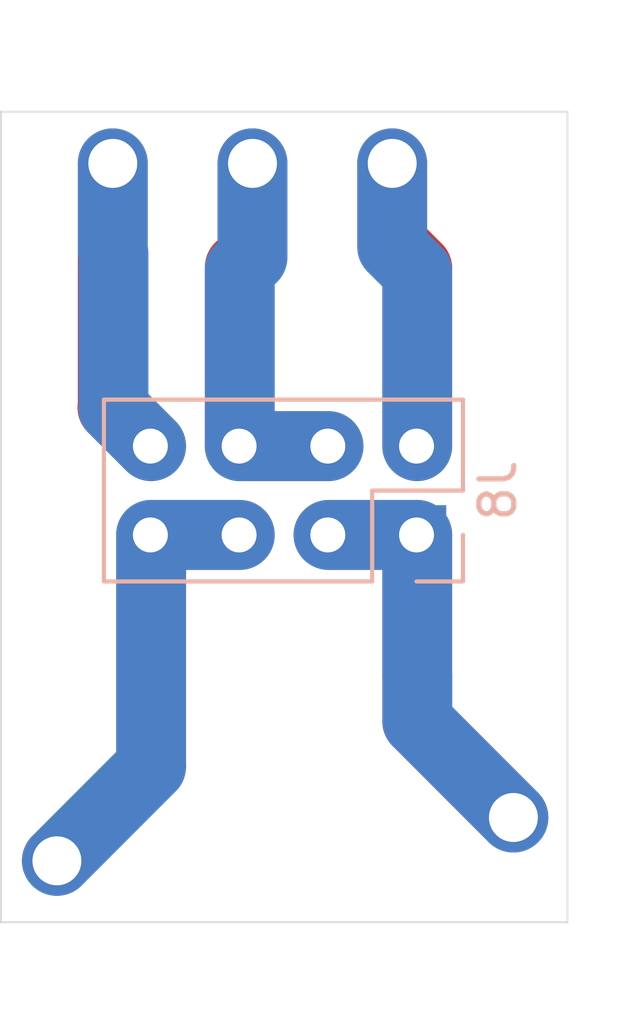
<source format=kicad_pcb>
(kicad_pcb (version 20240108) (generator "pcbnew") (generator_version "8.0")
  (layers (0 "F.Cu" signal) (31 "B.Cu" signal) (34 "B.Paste" user) (35 "F.Paste" user) (36 "B.SilkS" user "B.Silkscreen") (37 "F.SilkS" user "F.Silkscreen") (38 "B.Mask" user) (39 "F.Mask" user) (44 "Edge.Cuts" user))
  (net 0 "")
  (net 1 "Net-(J1-Pin_1)")
  (net 2 "Net-(J2-Pin_1)")
  (net 3 "Net-(J3-Pin_1)")
  (net 4 "Net-(J4-Pin_1)")
  (net 5 "Net-(J5-Pin_1)")
  (footprint "PogoProbe:PogoRecptacle_D1.4mm_OD2.0mm" (layer "F.Cu") (at 158.83 104.77 90)
    (property "Reference" "J5" (hide yes))
    (property "Value" "Conn_01x01")
    (pad "1" thru_hole circle (at 0 0 90) (size 2 2) (drill 1.4) (layers "*.Cu" "*.Mask") (net 5 "Net-(J5-Pin_1)"))
  )
  (footprint "PogoProbe:PogoRecptacle_D1.4mm_OD2.0mm" (layer "F.Cu") (at 157.23 124.714 90)
    (property "Reference" "J1" (hide yes))
    (property "Value" "Conn_01x01")
    (pad "1" thru_hole circle (at 0 0 90) (size 2 2) (drill 1.4) (layers "*.Cu" "*.Mask") (net 1 "Net-(J1-Pin_1)"))
  )
  (footprint "PogoProbe:PogoRecptacle_D1.4mm_OD2.0mm" (layer "F.Cu") (at 166.83 104.77 90)
    (property "Reference" "J3" (hide yes))
    (property "Value" "Conn_01x01")
    (pad "1" thru_hole circle (at 0 0 90) (size 2 2) (drill 1.4) (layers "*.Cu" "*.Mask") (net 3 "Net-(J3-Pin_1)"))
  )
  (footprint "PogoProbe:PogoRecptacle_D1.4mm_OD2.0mm" (layer "F.Cu") (at 162.83 104.77 90)
    (property "Reference" "J4" (hide yes))
    (property "Value" "Conn_01x01")
    (pad "1" thru_hole circle (at 0 0 90) (size 2 2) (drill 1.4) (layers "*.Cu" "*.Mask") (net 4 "Net-(J4-Pin_1)"))
  )
  (footprint "PogoProbe:PogoRecptacle_D1.4mm_OD2.0mm" (layer "F.Cu") (at 170.3 123.475 90)
    (property "Reference" "J2" (hide yes))
    (property "Value" "Conn_01x01")
    (pad "1" thru_hole circle (at 0 0 90) (size 2 2) (drill 1.4) (layers "*.Cu" "*.Mask") (net 2 "Net-(J2-Pin_1)"))
  )
  (footprint "Connector_PinHeader_2.54mm:PinHeader_2x04_P2.54mm_Vertical" (layer "B.Cu") (at 167.5264 115.395 90)
    (property "Reference" "J8" (at 1.27 2.33 270) (layer "B.SilkS") (effects (justify mirror)))
    (property "Value" "Conn_02x04_Odd_Even")
    (fp_line (start 3.87 -8.95) (end -1.33 -8.95) (stroke (width 0.12)) (layer "B.SilkS"))
    (fp_line (start 3.87 -8.95) (end 3.87 1.33) (stroke (width 0.12)) (layer "B.SilkS"))
    (fp_line (start -1.33 -8.95) (end -1.33 -1.27) (stroke (width 0.12)) (layer "B.SilkS"))
    (fp_line (start 1.27 -1.27) (end -1.33 -1.27) (stroke (width 0.12)) (layer "B.SilkS"))
    (fp_line (start 3.87 1.33) (end 1.27 1.33) (stroke (width 0.12)) (layer "B.SilkS"))
    (fp_line (start 1.27 1.33) (end 1.27 -1.27) (stroke (width 0.12)) (layer "B.SilkS"))
    (fp_line (start 0 1.33) (end -1.33 1.33) (stroke (width 0.12)) (layer "B.SilkS"))
    (fp_line (start -1.33 1.33) (end -1.33 0) (stroke (width 0.12)) (layer "B.SilkS"))
    (pad "1" thru_hole rect (at 0 0 90) (size 1.7 1.7) (drill 1) (layers "*.Cu" "*.Mask") (net 2 "Net-(J2-Pin_1)"))
    (pad "2" thru_hole oval (at 2.54 0 90) (size 1.7 1.7) (drill 1) (layers "*.Cu" "*.Mask") (net 3 "Net-(J3-Pin_1)"))
    (pad "3" thru_hole oval (at 0 -2.54 90) (size 1.7 1.7) (drill 1) (layers "*.Cu" "*.Mask") (net 2 "Net-(J2-Pin_1)"))
    (pad "4" thru_hole oval (at 2.54 -2.54 90) (size 1.7 1.7) (drill 1) (layers "*.Cu" "*.Mask") (net 4 "Net-(J4-Pin_1)"))
    (pad "5" thru_hole oval (at 0 -5.08 90) (size 1.7 1.7) (drill 1) (layers "*.Cu" "*.Mask") (net 1 "Net-(J1-Pin_1)"))
    (pad "6" thru_hole oval (at 2.54 -5.08 90) (size 1.7 1.7) (drill 1) (layers "*.Cu" "*.Mask") (net 4 "Net-(J4-Pin_1)"))
    (pad "7" thru_hole oval (at 0 -7.62 90) (size 1.7 1.7) (drill 1) (layers "*.Cu" "*.Mask") (net 1 "Net-(J1-Pin_1)"))
    (pad "8" thru_hole oval (at 2.54 -7.62 90) (size 1.7 1.7) (drill 1) (layers "*.Cu" "*.Mask") (net 5 "Net-(J5-Pin_1)"))
  )
  (gr_line (start 155.6258 126.471) (end 171.847 126.471) (stroke (width 0.05)) (layer "Edge.Cuts"))
  (gr_line (start 171.847 126.471) (end 171.847 103.29) (stroke (width 0.05)) (layer "Edge.Cuts"))
  (gr_line (start 155.6258 103.29) (end 155.6258 126.471) (stroke (width 0.05)) (layer "Edge.Cuts"))
  (gr_line (start 155.6258 103.29) (end 171.847 103.29) (stroke (width 0.05)) (layer "Edge.Cuts"))
  (segment (start 162.4664 115.395) (end 159.9264 115.395) (width 2) (layer "F.Cu") (net 1))
  (segment (start 159.9264 122.0176) (end 157.23 124.714) (width 2) (layer "F.Cu") (net 1))
  (segment (start 159.9264 115.395) (end 159.9264 122.0176) (width 2) (layer "F.Cu") (net 1))
  (segment (start 162.4664 115.395) (end 159.9264 115.395) (width 2) (layer "B.Cu") (net 1))
  (segment (start 159.9264 115.395) (end 159.9264 122.0176) (width 2) (layer "B.Cu") (net 1))
  (segment (start 159.9264 122.0176) (end 157.23 124.714) (width 2) (layer "B.Cu") (net 1))
  (segment (start 167.5464 115.395) (end 167.5464 120.7214) (width 2) (layer "F.Cu") (net 2))
  (segment (start 167.5464 120.7214) (end 170.3 123.475) (width 2) (layer "F.Cu") (net 2))
  (segment (start 167.5464 115.395) (end 165.0064 115.395) (width 2) (layer "F.Cu") (net 2))
  (segment (start 167.55 119.44) (end 167.5464 119.4364) (width 2) (layer "B.Cu") (net 2))
  (segment (start 167.55 120.725) (end 167.55 119.44) (width 2) (layer "B.Cu") (net 2))
  (segment (start 167.5464 115.395) (end 165.0064 115.395) (width 2) (layer "B.Cu") (net 2))
  (segment (start 167.55 120.725) (end 170.3 123.475) (width 2) (layer "B.Cu") (net 2))
  (segment (start 167.5464 119.4364) (end 167.5464 115.395) (width 2) (layer "B.Cu") (net 2))
  (segment (start 166.83 104.77) (end 166.83 107.06) (width 2) (layer "F.Cu") (net 3))
  (segment (start 167.5464 107.7764) (end 166.83 107.06) (width 2) (layer "F.Cu") (net 3))
  (segment (start 167.5464 112.855) (end 167.5464 107.7764) (width 2) (layer "F.Cu") (net 3))
  (segment (start 166.83 104.77) (end 166.83 107.16) (width 2) (layer "B.Cu") (net 3))
  (segment (start 167.5464 112.855) (end 167.5464 107.8764) (width 2) (layer "B.Cu") (net 3))
  (segment (start 166.83 107.16) (end 166.85 107.18) (width 0.2) (layer "B.Cu") (net 3))
  (segment (start 167.5464 107.8764) (end 166.85 107.18) (width 2) (layer "B.Cu") (net 3))
  (segment (start 162.4664 107.7436) (end 162.83 107.38) (width 1.9) (layer "F.Cu") (net 4))
  (segment (start 162.83 104.77) (end 162.83 107.38) (width 2) (layer "F.Cu") (net 4))
  (segment (start 162.4664 112.855) (end 162.4664 107.7436) (width 2) (layer "F.Cu") (net 4))
  (segment (start 165.0064 112.855) (end 162.4664 112.855) (width 2) (layer "F.Cu") (net 4))
  (segment (start 162.4664 112.855) (end 162.4664 107.8164) (width 2) (layer "B.Cu") (net 4))
  (segment (start 165.0064 112.855) (end 162.4664 112.855) (width 2) (layer "B.Cu") (net 4))
  (segment (start 162.9 107.3828) (end 162.4664 107.8164) (width 0.2) (layer "B.Cu") (net 4))
  (segment (start 162.83 104.77) (end 162.83 107.4528) (width 2) (layer "B.Cu") (net 4))
  (segment (start 162.83 107.4528) (end 162.4664 107.8164) (width 2) (layer "B.Cu") (net 4))
  (segment (start 159.9264 112.855) (end 158.82 111.7486) (width 2) (layer "F.Cu") (net 5))
  (segment (start 158.83 104.77) (end 158.83 111.7486) (width 2) (layer "F.Cu") (net 5))
  (segment (start 158.83 107.32) (end 158.85 107.34) (width 1.9) (layer "B.Cu") (net 5))
  (segment (start 158.83 104.77) (end 158.83 107.32) (width 2) (layer "B.Cu") (net 5))
  (segment (start 159.9264 112.855) (end 158.85 111.7786) (width 2) (layer "B.Cu") (net 5))
  (segment (start 158.85 111.63) (end 158.85 107.34) (width 2) (layer "B.Cu") (net 5))
  (segment (start 158.85 111.7786) (end 158.85 111.63) (width 2) (layer "B.Cu") (net 5))
)
</source>
